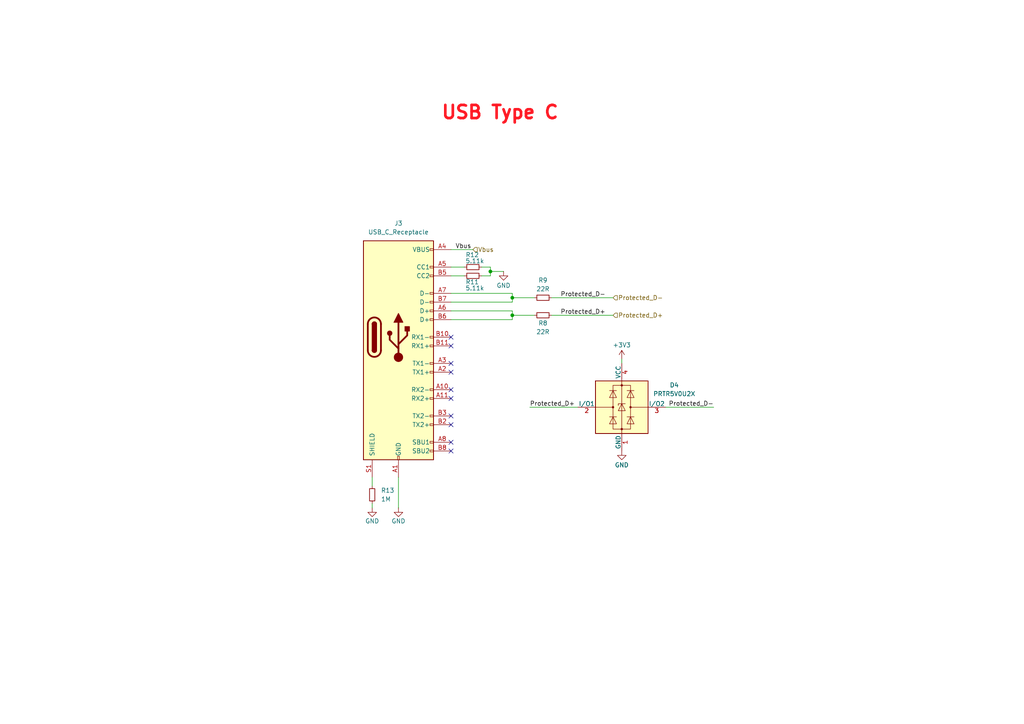
<source format=kicad_sch>
(kicad_sch (version 20250114) (generator "eeschema") (generator_version "9.0")
  (paper "A4")
  (lib_symbols
    (symbol "Connector:USB_C_Receptacle" (pin_names (offset 1.016))
      (property "Reference" "J" (at -10.16 29.21 0))
      (property "Value" "USB_C_Receptacle" (at 10.16 29.21 0))
      (symbol "USB_C_Receptacle_0_0"
        (rectangle (start -0.254 -35.56) (end 0.254 -34.544))
        (rectangle (start 10.16 25.654) (end 9.144 25.146))
        (rectangle (start 10.16 20.574) (end 9.144 20.066))
        (rectangle (start 10.16 18.034) (end 9.144 17.526))
        (rectangle (start 10.16 12.954) (end 9.144 12.446))
        (rectangle (start 10.16 10.414) (end 9.144 9.906))
        (rectangle (start 10.16 7.874) (end 9.144 7.366))
        (rectangle (start 10.16 5.334) (end 9.144 4.826))
        (rectangle (start 10.16 0.254) (end 9.144 -0.254))
        (rectangle (start 10.16 -2.286) (end 9.144 -2.794))
        (rectangle (start 10.16 -7.366) (end 9.144 -7.874))
        (rectangle (start 10.16 -9.906) (end 9.144 -10.414))
        (rectangle (start 10.16 -14.986) (end 9.144 -15.494))
        (rectangle (start 10.16 -17.526) (end 9.144 -18.034))
        (rectangle (start 10.16 -22.606) (end 9.144 -23.114))
        (rectangle (start 10.16 -25.146) (end 9.144 -25.654))
        (rectangle (start 10.16 -30.226) (end 9.144 -30.734))
        (rectangle (start 10.16 -32.766) (end 9.144 -33.274))
      )
      (symbol "USB_C_Receptacle_0_1"
        (rectangle (start -10.16 27.94) (end 10.16 -35.56) (stroke (width 0.254)) (fill (type background)))
        (polyline (pts (xy -8.89 -3.81) (xy -8.89 3.81)) (stroke (width 0.508)))
        (rectangle (start -7.62 -3.81) (end -6.35 3.81) (stroke (width 0.254)) (fill (type outline)))
        (arc (start -7.62 3.81) (mid -6.985 4.4423) (end -6.35 3.81) (stroke (width 0.254)))
        (arc (start -7.62 3.81) (mid -6.985 4.4423) (end -6.35 3.81) (stroke (width 0.254)) (fill (type outline)))
        (arc (start -8.89 3.81) (mid -6.985 5.7067) (end -5.08 3.81) (stroke (width 0.508)))
        (arc (start -5.08 -3.81) (mid -6.985 -5.7067) (end -8.89 -3.81) (stroke (width 0.508)))
        (arc (start -6.35 -3.81) (mid -6.985 -4.4423) (end -7.62 -3.81) (stroke (width 0.254)))
        (arc (start -6.35 -3.81) (mid -6.985 -4.4423) (end -7.62 -3.81) (stroke (width 0.254)) (fill (type outline)))
        (polyline (pts (xy -5.08 3.81) (xy -5.08 -3.81)) (stroke (width 0.508)))
      )
      (symbol "USB_C_Receptacle_1_1"
        (circle (center -2.54 1.143) (radius 0.635) (stroke (width 0.254)) (fill (type outline)))
        (polyline (pts (xy -1.27 4.318) (xy 0 6.858) (xy 1.27 4.318) (xy -1.27 4.318)) (stroke (width 0.254)) (fill (type outline)))
        (polyline (pts (xy 0 -2.032) (xy 2.54 0.508) (xy 2.54 1.778)) (stroke (width 0.508)))
        (polyline (pts (xy 0 -3.302) (xy -2.54 -0.762) (xy -2.54 0.508)) (stroke (width 0.508)))
        (polyline (pts (xy 0 -5.842) (xy 0 4.318)) (stroke (width 0.508)))
        (circle (center 0 -5.842) (radius 1.27) (fill (type outline)))
        (rectangle (start 1.905 1.778) (end 3.175 3.048) (stroke (width 0.254)) (fill (type outline)))
        (pin passive line (at -7.62 -40.64 90) (length 5.08) (name "SHIELD") (number "S1"))
        (pin passive line (at 0 -40.64 90) (length 5.08) (name "GND") (number "A1"))
        (pin passive line (at 0 -40.64 90) (length 5.08) (hide yes) (name "GND") (number "A12"))
        (pin passive line (at 0 -40.64 90) (length 5.08) (hide yes) (name "GND") (number "B1"))
        (pin passive line (at 0 -40.64 90) (length 5.08) (hide yes) (name "GND") (number "B12"))
        (pin passive line (at 15.24 25.4 180) (length 5.08) (name "VBUS") (number "A4"))
        (pin passive line (at 15.24 25.4 180) (length 5.08) (hide yes) (name "VBUS") (number "A9"))
        (pin passive line (at 15.24 25.4 180) (length 5.08) (hide yes) (name "VBUS") (number "B4"))
        (pin passive line (at 15.24 25.4 180) (length 5.08) (hide yes) (name "VBUS") (number "B9"))
        (pin bidirectional line (at 15.24 20.32 180) (length 5.08) (name "CC1") (number "A5"))
        (pin bidirectional line (at 15.24 17.78 180) (length 5.08) (name "CC2") (number "B5"))
        (pin bidirectional line (at 15.24 12.7 180) (length 5.08) (name "D-") (number "A7"))
        (pin bidirectional line (at 15.24 10.16 180) (length 5.08) (name "D-") (number "B7"))
        (pin bidirectional line (at 15.24 7.62 180) (length 5.08) (name "D+") (number "A6"))
        (pin bidirectional line (at 15.24 5.08 180) (length 5.08) (name "D+") (number "B6"))
        (pin bidirectional line (at 15.24 0 180) (length 5.08) (name "RX1-") (number "B10"))
        (pin bidirectional line (at 15.24 -2.54 180) (length 5.08) (name "RX1+") (number "B11"))
        (pin bidirectional line (at 15.24 -7.62 180) (length 5.08) (name "TX1-") (number "A3"))
        (pin bidirectional line (at 15.24 -10.16 180) (length 5.08) (name "TX1+") (number "A2"))
        (pin bidirectional line (at 15.24 -15.24 180) (length 5.08) (name "RX2-") (number "A10"))
        (pin bidirectional line (at 15.24 -17.78 180) (length 5.08) (name "RX2+") (number "A11"))
        (pin bidirectional line (at 15.24 -22.86 180) (length 5.08) (name "TX2-") (number "B3"))
        (pin bidirectional line (at 15.24 -25.4 180) (length 5.08) (name "TX2+") (number "B2"))
        (pin bidirectional line (at 15.24 -30.48 180) (length 5.08) (name "SBU1") (number "A8"))
        (pin bidirectional line (at 15.24 -33.02 180) (length 5.08) (name "SBU2") (number "B8"))
      )
    )
    (symbol "Device:R_Small" (pin_numbers (hide yes)) (pin_names (offset 0.254) (hide yes))
      (property "Reference" "R" (at 0.762 0.508 0))
      (property "Value" "R_Small" (at 0.762 -1.016 0))
      (symbol "R_Small_0_1"
        (rectangle (start -0.762 1.778) (end 0.762 -1.778) (stroke (width 0.2032)))
      )
      (symbol "R_Small_1_1"
        (pin passive line (at 0 2.54 270) (length 0.762) (name "~") (number "1"))
        (pin passive line (at 0 -2.54 90) (length 0.762) (name "~") (number "2"))
      )
    )
    (symbol "Power_Protection:PRTR5V0U2X" (pin_names (offset 0))
      (property "Reference" "D" (at 2.794 8.636 0))
      (property "Value" "PRTR5V0U2X" (at 8.128 -9.398 0))
      (symbol "PRTR5V0U2X_0_1"
        (rectangle (start -7.62 -7.62) (end 7.62 7.62) (stroke (width 0.254)) (fill (type background)))
        (polyline (pts (xy -3.556 2.794) (xy -1.524 2.794) (xy -2.54 4.826) (xy -3.556 2.794)))
        (polyline (pts (xy -3.556 -4.826) (xy -1.524 -4.826) (xy -2.54 -2.794) (xy -3.556 -4.826)))
        (rectangle (start -2.54 6.35) (end 2.54 -6.35))
        (circle (center -2.54 0) (radius 0.254) (fill (type outline)))
        (polyline (pts (xy -2.54 0) (xy -7.62 0)))
        (polyline (pts (xy -1.524 4.826) (xy -3.556 4.826)))
        (polyline (pts (xy -1.524 -2.794) (xy -3.556 -2.794)))
        (polyline (pts (xy -1.016 -1.016) (xy 1.016 -1.016) (xy 0 1.016) (xy -1.016 -1.016)))
        (circle (center 0 6.35) (radius 0.254) (fill (type outline)))
        (circle (center 0 -6.35) (radius 0.254) (fill (type outline)))
        (polyline (pts (xy 0 -7.62) (xy 0 7.62)))
        (polyline (pts (xy 1.016 1.016) (xy -1.016 1.016) (xy -1.016 0.508)))
        (polyline (pts (xy 1.524 4.826) (xy 3.556 4.826)))
        (polyline (pts (xy 1.524 -2.794) (xy 3.556 -2.794)))
        (polyline (pts (xy 2.54 0) (xy 7.62 0)))
        (circle (center 2.54 0) (radius 0.254) (fill (type outline)))
        (polyline (pts (xy 3.556 2.794) (xy 1.524 2.794) (xy 2.54 4.826) (xy 3.556 2.794)))
        (polyline (pts (xy 3.556 -4.826) (xy 1.524 -4.826) (xy 2.54 -2.794) (xy 3.556 -4.826)))
      )
      (symbol "PRTR5V0U2X_1_1"
        (pin passive line (at -12.7 0 0) (length 5.08) (name "I/O1") (number "2"))
        (pin passive line (at 0 12.7 270) (length 5.08) (name "VCC") (number "4"))
        (pin passive line (at 0 -12.7 90) (length 5.08) (name "GND") (number "1"))
        (pin passive line (at 12.7 0 180) (length 5.08) (name "I/O2") (number "3"))
      )
    )
    (symbol "power:+3V3" (power) (pin_numbers (hide yes)) (pin_names (offset 0) (hide yes))
      (property "Value" "+3V3" (at 0 3.556 0))
      (symbol "+3V3_0_1"
        (polyline (pts (xy -0.762 1.27) (xy 0 2.54)))
        (polyline (pts (xy 0 2.54) (xy 0.762 1.27)))
        (polyline (pts (xy 0 0) (xy 0 2.54)))
      )
      (symbol "+3V3_1_1"
        (pin power_in line (at 0 0 90) (length 0) (name "~") (number "1"))
      )
    )
    (symbol "power:GND" (power) (pin_numbers (hide yes)) (pin_names (offset 0) (hide yes))
      (property "Value" "GND" (at 0 -3.81 0))
      (symbol "GND_0_1"
        (polyline (pts (xy 0 0) (xy 0 -1.27) (xy 1.27 -1.27) (xy 0 -2.54) (xy -1.27 -1.27) (xy 0 -1.27)))
      )
      (symbol "GND_1_1"
        (pin power_in line (at 0 0 270) (length 0) (name "~") (number "1"))
      )
    )
  )
  (text "USB Type C\n" (at 145.034 32.766 0) (effects (font (size 3.81 3.81) (thickness 0.762) (bold yes))))
  (junction (at 142.24 78.74))
  (junction (at 148.59 91.44))
  (junction (at 148.59 86.36))
  (no_connect (at 130.81 128.27))
  (no_connect (at 130.81 97.79))
  (no_connect (at 130.81 130.81))
  (no_connect (at 130.81 113.03))
  (no_connect (at 130.81 120.65))
  (no_connect (at 130.81 123.19))
  (no_connect (at 130.81 100.33))
  (no_connect (at 130.81 115.57))
  (no_connect (at 130.81 105.41))
  (no_connect (at 130.81 107.95))
  (wire (pts (xy 153.67 118.11) (xy 167.64 118.11)))
  (wire (pts (xy 107.95 146.05) (xy 107.95 147.32)))
  (wire (pts (xy 107.95 138.43) (xy 107.95 140.97)))
  (wire (pts (xy 130.81 72.39) (xy 137.16 72.39)))
  (wire (pts (xy 139.7 77.47) (xy 142.24 77.47)))
  (wire (pts (xy 148.59 91.44) (xy 148.59 92.71)))
  (wire (pts (xy 142.24 78.74) (xy 142.24 80.01)))
  (wire (pts (xy 160.02 91.44) (xy 177.8 91.44)))
  (wire (pts (xy 142.24 77.47) (xy 142.24 78.74)))
  (wire (pts (xy 130.81 90.17) (xy 148.59 90.17)))
  (wire (pts (xy 148.59 86.36) (xy 154.94 86.36)))
  (wire (pts (xy 148.59 92.71) (xy 130.81 92.71)))
  (wire (pts (xy 139.7 80.01) (xy 142.24 80.01)))
  (wire (pts (xy 148.59 86.36) (xy 148.59 87.63)))
  (wire (pts (xy 148.59 85.09) (xy 148.59 86.36)))
  (wire (pts (xy 148.59 91.44) (xy 154.94 91.44)))
  (wire (pts (xy 160.02 86.36) (xy 177.8 86.36)))
  (wire (pts (xy 193.04 118.11) (xy 207.01 118.11)))
  (wire (pts (xy 130.81 85.09) (xy 148.59 85.09)))
  (wire (pts (xy 148.59 87.63) (xy 130.81 87.63)))
  (wire (pts (xy 130.81 77.47) (xy 134.62 77.47)))
  (wire (pts (xy 180.34 104.14) (xy 180.34 105.41)))
  (wire (pts (xy 142.24 78.74) (xy 146.05 78.74)))
  (wire (pts (xy 130.81 80.01) (xy 134.62 80.01)))
  (wire (pts (xy 115.57 138.43) (xy 115.57 147.32)))
  (wire (pts (xy 148.59 90.17) (xy 148.59 91.44)))
  (label "Protected_D+" (at 162.56 91.44 0))
  (label "Protected_D-" (at 207.01 118.11 180))
  (label "Protected_D+" (at 153.67 118.11 0))
  (label "Protected_D-" (at 162.56 86.36 0))
  (label "Vbus" (at 132.08 72.39 0))
  (hierarchical_label "Protected_D-" (shape input) (at 177.8 86.36 0))
  (hierarchical_label "Vbus" (shape input) (at 137.16 72.39 0))
  (hierarchical_label "Protected_D+" (shape input) (at 177.8 91.44 0))
  (symbol (lib_id "Device:R_Small") (at 137.16 77.47 270) (unit 1)
    (property "Reference" "R12" (at 138.938 73.914 90) (effects (justify right)))
    (property "Value" "5.11k" (at 140.462 75.692 90) (effects (justify right)))
    (property "Footprint" "Resistor_SMD:R_0603_1608Metric" (effects (hide yes)))
    (property "Description" "Resistor, small symbol" (effects (hide yes)))
  )
  (symbol (lib_id "Connector:USB_C_Receptacle") (at 115.57 97.79 0) (unit 1)
    (property "Reference" "J3" (at 115.57 64.77 0))
    (property "Value" "USB_C_Receptacle" (at 115.57 67.31 0))
    (property "Footprint" "Connector_USB:USB_C_Receptacle_G-Switch_GT-USB-7010ASV" (effects (hide yes)))
    (property "Datasheet" "https://www.usb.org/sites/default/files/documents/usb_type-c.zip" (effects (hide yes)))
    (property "Description" "USB Full-Featured Type-C Receptacle connector" (effects (hide yes)))
  )
  (symbol (lib_id "Device:R_Small") (at 137.16 80.01 270) (unit 1)
    (property "Reference" "R11" (at 138.938 81.788 90) (effects (justify right)))
    (property "Value" "5.11k" (at 140.462 83.566 90) (effects (justify right)))
    (property "Footprint" "Resistor_SMD:R_0603_1608Metric" (effects (hide yes)))
    (property "Description" "Resistor, small symbol" (effects (hide yes)))
  )
  (symbol (lib_id "power:GND") (at 146.05 78.74 0) (unit 1)
    (property "Reference" "#PWR031" (effects (hide yes)))
    (property "Value" "GND" (at 146.05 82.804 0))
    (property "Description" "Power symbol creates a global label with name \"GND\" , ground" (effects (hide yes)))
  )
  (symbol (lib_id "Device:R_Small") (at 157.48 91.44 90) (unit 1)
    (property "Reference" "R8" (at 157.48 93.726 90))
    (property "Value" "22R" (at 157.48 96.266 90))
    (property "Footprint" "Resistor_SMD:R_0603_1608Metric" (effects (hide yes)))
    (property "Description" "Resistor, small symbol" (effects (hide yes)))
  )
  (symbol (lib_id "power:GND") (at 115.57 147.32 0) (unit 1)
    (property "Reference" "#PWR033" (effects (hide yes)))
    (property "Value" "GND" (at 115.57 151.13 0))
    (property "Description" "Power symbol creates a global label with name \"GND\" , ground" (effects (hide yes)))
  )
  (symbol (lib_id "Device:R_Small") (at 157.48 86.36 90) (unit 1)
    (property "Reference" "R9" (at 157.48 81.28 90))
    (property "Value" "22R" (at 157.48 83.82 90))
    (property "Footprint" "Resistor_SMD:R_0603_1608Metric" (effects (hide yes)))
    (property "Description" "Resistor, small symbol" (effects (hide yes)))
  )
  (symbol (lib_id "power:GND") (at 107.95 147.32 0) (unit 1)
    (property "Reference" "#PWR032" (effects (hide yes)))
    (property "Value" "GND" (at 107.95 151.13 0))
    (property "Description" "Power symbol creates a global label with name \"GND\" , ground" (effects (hide yes)))
  )
  (symbol (lib_id "Power_Protection:PRTR5V0U2X") (at 180.34 118.11 0) (unit 1)
    (property "Reference" "D4" (at 195.58 111.6898 0))
    (property "Value" "PRTR5V0U2X" (at 195.58 114.2298 0))
    (property "Footprint" "Package_TO_SOT_SMD:SOT-143" (effects (hide yes)))
    (property "Datasheet" "https://assets.nexperia.com/documents/data-sheet/PRTR5V0U2X.pdf" (effects (hide yes)))
    (property "Description" "Ultra low capacitance double rail-to-rail ESD protection diode, SOT-143" (effects (hide yes)))
  )
  (symbol (lib_id "Device:R_Small") (at 107.95 143.51 180) (unit 1)
    (property "Reference" "R13" (at 110.49 142.2399 0) (effects (justify right)))
    (property "Value" "1M" (at 110.49 144.7799 0) (effects (justify right)))
    (property "Footprint" "Resistor_SMD:R_0603_1608Metric" (effects (hide yes)))
    (property "Description" "Resistor, small symbol" (effects (hide yes)))
  )
  (symbol (lib_id "power:+3V3") (at 180.34 104.14 0) (unit 1)
    (property "Reference" "#PWR040" (effects (hide yes)))
    (property "Value" "+3V3" (at 180.34 100.076 0))
    (property "Description" "Power symbol creates a global label with name \"+3V3\"" (effects (hide yes)))
  )
  (symbol (lib_id "power:GND") (at 180.34 130.81 0) (unit 1)
    (property "Reference" "#PWR029" (effects (hide yes)))
    (property "Value" "GND" (at 180.34 134.874 0))
    (property "Description" "Power symbol creates a global label with name \"GND\" , ground" (effects (hide yes)))
  )
)
</source>
